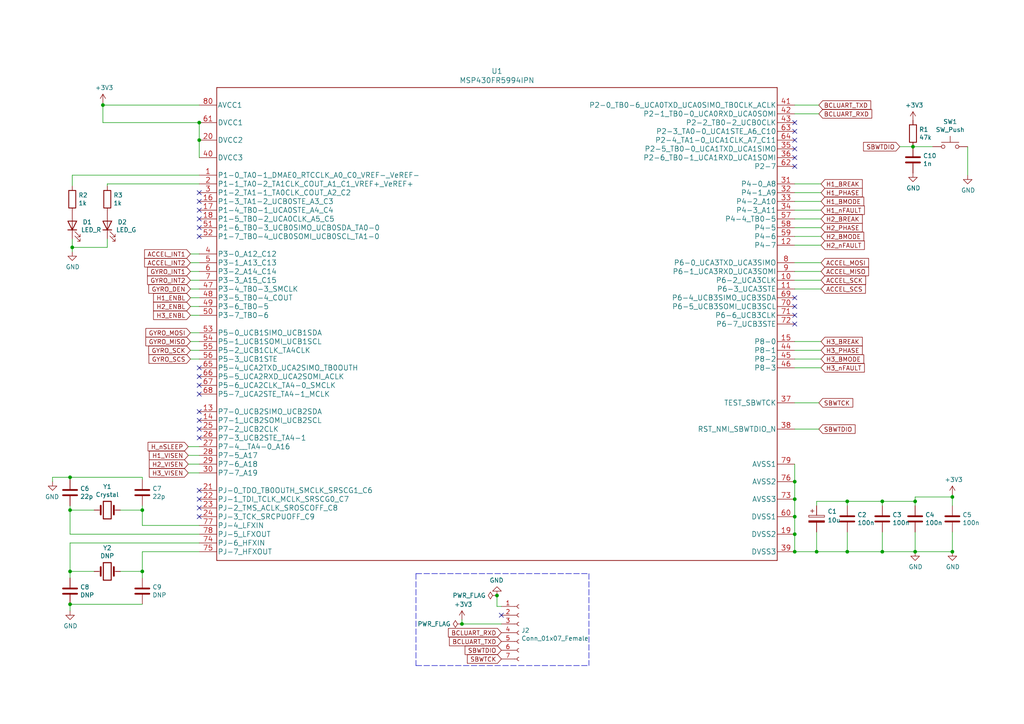
<source format=kicad_sch>
(kicad_sch (version 20211123) (generator eeschema)
  (paper "A4")
  (title_block (title "Magnetorquer") (date "2021-09-23") (rev "2") (company "LODESTAR"))
  (lib_symbols
    (symbol "Connector:Conn_01x07_Female" (pin_names (offset 1.016) hide)
      (property "Reference" "J" (at 0 10.16 0))
      (property "Value" "Conn_01x07_Female" (at 0 -10.16 0))
      (symbol "Conn_01x07_Female_1_1"
        (arc (start 0 -7.112) (mid -0.508 -7.62) (end 0 -8.128) (stroke (width 0.1524)))
        (arc (start 0 -4.572) (mid -0.508 -5.08) (end 0 -5.588) (stroke (width 0.1524)))
        (arc (start 0 -2.032) (mid -0.508 -2.54) (end 0 -3.048) (stroke (width 0.1524)))
        (polyline (pts (xy -1.27 -7.62) (xy -0.508 -7.62)) (stroke (width 0.1524)))
        (polyline (pts (xy -1.27 -5.08) (xy -0.508 -5.08)) (stroke (width 0.1524)))
        (polyline (pts (xy -1.27 -2.54) (xy -0.508 -2.54)) (stroke (width 0.1524)))
        (polyline (pts (xy -1.27 0) (xy -0.508 0)) (stroke (width 0.1524)))
        (polyline (pts (xy -1.27 2.54) (xy -0.508 2.54)) (stroke (width 0.1524)))
        (polyline (pts (xy -1.27 5.08) (xy -0.508 5.08)) (stroke (width 0.1524)))
        (polyline (pts (xy -1.27 7.62) (xy -0.508 7.62)) (stroke (width 0.1524)))
        (arc (start 0 0.508) (mid -0.508 0) (end 0 -0.508) (stroke (width 0.1524)))
        (arc (start 0 3.048) (mid -0.508 2.54) (end 0 2.032) (stroke (width 0.1524)))
        (arc (start 0 5.588) (mid -0.508 5.08) (end 0 4.572) (stroke (width 0.1524)))
        (arc (start 0 8.128) (mid -0.508 7.62) (end 0 7.112) (stroke (width 0.1524)))
        (pin passive line (at -5.08 7.62 0) (length 3.81) (name "Pin_1") (number "1"))
        (pin passive line (at -5.08 5.08 0) (length 3.81) (name "Pin_2") (number "2"))
        (pin passive line (at -5.08 2.54 0) (length 3.81) (name "Pin_3") (number "3"))
        (pin passive line (at -5.08 0 0) (length 3.81) (name "Pin_4") (number "4"))
        (pin passive line (at -5.08 -2.54 0) (length 3.81) (name "Pin_5") (number "5"))
        (pin passive line (at -5.08 -5.08 0) (length 3.81) (name "Pin_6") (number "6"))
        (pin passive line (at -5.08 -7.62 0) (length 3.81) (name "Pin_7") (number "7"))
      )
    )
    (symbol "Device:C" (pin_numbers hide) (pin_names (offset 0.254))
      (property "Reference" "C" (at 0.635 2.54 0))
      (property "Value" "C" (at 0.635 -2.54 0))
      (symbol "C_0_1"
        (polyline (pts (xy -2.032 -0.762) (xy 2.032 -0.762)) (stroke (width 0.508)))
        (polyline (pts (xy -2.032 0.762) (xy 2.032 0.762)) (stroke (width 0.508)))
      )
      (symbol "C_1_1"
        (pin passive line (at 0 3.81 270) (length 2.794) (name "~") (number "1"))
        (pin passive line (at 0 -3.81 90) (length 2.794) (name "~") (number "2"))
      )
    )
    (symbol "Device:C_Polarized" (pin_numbers hide) (pin_names (offset 0.254))
      (property "Reference" "C" (at 0.635 2.54 0))
      (property "Value" "C_Polarized" (at 0.635 -2.54 0))
      (symbol "C_Polarized_0_1"
        (rectangle (start -2.286 0.508) (end 2.286 1.016))
        (polyline (pts (xy -1.778 2.286) (xy -0.762 2.286)))
        (polyline (pts (xy -1.27 2.794) (xy -1.27 1.778)))
        (rectangle (start 2.286 -0.508) (end -2.286 -1.016) (fill (type outline)))
      )
      (symbol "C_Polarized_1_1"
        (pin passive line (at 0 3.81 270) (length 2.794) (name "~") (number "1"))
        (pin passive line (at 0 -3.81 90) (length 2.794) (name "~") (number "2"))
      )
    )
    (symbol "Device:Crystal" (pin_numbers hide) (pin_names (offset 1.016) hide)
      (property "Reference" "Y" (at 0 3.81 0))
      (property "Value" "Crystal" (at 0 -3.81 0))
      (symbol "Crystal_0_1"
        (rectangle (start -1.143 2.54) (end 1.143 -2.54) (stroke (width 0.3048)))
        (polyline (pts (xy -2.54 0) (xy -1.905 0)))
        (polyline (pts (xy -1.905 -1.27) (xy -1.905 1.27)) (stroke (width 0.508)))
        (polyline (pts (xy 1.905 -1.27) (xy 1.905 1.27)) (stroke (width 0.508)))
        (polyline (pts (xy 2.54 0) (xy 1.905 0)))
      )
      (symbol "Crystal_1_1"
        (pin passive line (at -3.81 0 0) (length 1.27) (name "1") (number "1"))
        (pin passive line (at 3.81 0 180) (length 1.27) (name "2") (number "2"))
      )
    )
    (symbol "Device:LED" (pin_numbers hide) (pin_names (offset 1.016) hide)
      (property "Reference" "D" (at 0 2.54 0))
      (property "Value" "LED" (at 0 -2.54 0))
      (symbol "LED_0_1"
        (polyline (pts (xy -1.27 -1.27) (xy -1.27 1.27)) (stroke (width 0.254)))
        (polyline (pts (xy -1.27 0) (xy 1.27 0)))
        (polyline (pts (xy 1.27 -1.27) (xy 1.27 1.27) (xy -1.27 0) (xy 1.27 -1.27)) (stroke (width 0.254)))
        (polyline (pts (xy -3.048 -0.762) (xy -4.572 -2.286) (xy -3.81 -2.286) (xy -4.572 -2.286) (xy -4.572 -1.524)))
        (polyline (pts (xy -1.778 -0.762) (xy -3.302 -2.286) (xy -2.54 -2.286) (xy -3.302 -2.286) (xy -3.302 -1.524)))
      )
      (symbol "LED_1_1"
        (pin passive line (at -3.81 0 0) (length 2.54) (name "K") (number "1"))
        (pin passive line (at 3.81 0 180) (length 2.54) (name "A") (number "2"))
      )
    )
    (symbol "Device:R" (pin_numbers hide) (pin_names (offset 0))
      (property "Reference" "R" (at 2.032 0 90))
      (property "Value" "R" (at 0 0 90))
      (symbol "R_0_1"
        (rectangle (start -1.016 -2.54) (end 1.016 2.54) (stroke (width 0.254)))
      )
      (symbol "R_1_1"
        (pin passive line (at 0 3.81 270) (length 1.27) (name "~") (number "1"))
        (pin passive line (at 0 -3.81 90) (length 1.27) (name "~") (number "2"))
      )
    )
    (symbol "Switch:SW_Push" (pin_numbers hide) (pin_names (offset 1.016) hide)
      (property "Reference" "SW" (at 1.27 2.54 0))
      (property "Value" "SW_Push" (at 0 -1.524 0))
      (symbol "SW_Push_0_1"
        (circle (center -2.032 0) (radius 0.508))
        (polyline (pts (xy 0 1.27) (xy 0 3.048)))
        (polyline (pts (xy 2.54 1.27) (xy -2.54 1.27)))
        (circle (center 2.032 0) (radius 0.508))
        (pin passive line (at -5.08 0 0) (length 2.54) (name "1") (number "1"))
        (pin passive line (at 5.08 0 180) (length 2.54) (name "2") (number "2"))
      )
    )
    (symbol "magnetorquer-rescue:MSP430FR5994IPN-msp" (pin_names (offset 0.254))
      (property "Reference" "U" (at 0 2.54 0))
      (property "Value" "MSP430FR5994IPN-msp" (at 0 0 0))
      (symbol "MSP430FR5994IPN-msp_1_1"
        (polyline (pts (xy -81.28 -68.58) (xy 81.28 -68.58)) (stroke (width 0.2032)))
        (polyline (pts (xy -81.28 68.58) (xy -81.28 -68.58)) (stroke (width 0.2032)))
        (polyline (pts (xy 81.28 -68.58) (xy 81.28 68.58)) (stroke (width 0.2032)))
        (polyline (pts (xy 81.28 68.58) (xy -81.28 68.58)) (stroke (width 0.2032)))
        (pin bidirectional line (at -86.36 43.18 0) (length 5.08) (name "P1-0_TA0-1_DMAE0_RTCCLK_A0_C0_VREF-_VeREF-") (number "1"))
        (pin bidirectional line (at 86.36 12.7 180) (length 5.08) (name "P6-2_UCA3CLK") (number "10"))
        (pin bidirectional line (at 86.36 10.16 180) (length 5.08) (name "P6-3_UCA3STE") (number "11"))
        (pin bidirectional line (at 86.36 22.86 180) (length 5.08) (name "P4-7") (number "12"))
        (pin bidirectional line (at -86.36 -25.4 0) (length 5.08) (name "P7-0_UCB2SIMO_UCB2SDA") (number "13"))
        (pin bidirectional line (at -86.36 -27.94 0) (length 5.08) (name "P7-1_UCB2SOMI_UCB2SCL") (number "14"))
        (pin bidirectional line (at 86.36 -5.08 180) (length 5.08) (name "P8-0") (number "15"))
        (pin bidirectional line (at -86.36 35.56 0) (length 5.08) (name "P1-3_TA1-2_UCB0STE_A3_C3") (number "16"))
        (pin bidirectional line (at -86.36 33.02 0) (length 5.08) (name "P1-4_TB0-1_UCA0STE_A4_C4") (number "17"))
        (pin bidirectional line (at -86.36 30.48 0) (length 5.08) (name "P1-5_TB0-2_UCA0CLK_A5_C5") (number "18"))
        (pin power_in line (at 86.36 -60.96 180) (length 5.08) (name "DVSS2") (number "19"))
        (pin bidirectional line (at -86.36 40.64 0) (length 5.08) (name "P1-1_TA0-2_TA1CLK_COUT_A1_C1_VREF+_VeREF+") (number "2"))
        (pin power_in line (at -86.36 53.34 0) (length 5.08) (name "DVCC2") (number "20"))
        (pin bidirectional line (at -86.36 -48.26 0) (length 5.08) (name "PJ-0_TDO_TB0OUTH_SMCLK_SRSCG1_C6") (number "21"))
        (pin bidirectional line (at -86.36 -50.8 0) (length 5.08) (name "PJ-1_TDI_TCLK_MCLK_SRSCG0_C7") (number "22"))
        (pin bidirectional line (at -86.36 -53.34 0) (length 5.08) (name "PJ-2_TMS_ACLK_SROSCOFF_C8") (number "23"))
        (pin bidirectional line (at -86.36 -55.88 0) (length 5.08) (name "PJ-3_TCK_SRCPUOFF_C9") (number "24"))
        (pin bidirectional line (at -86.36 -30.48 0) (length 5.08) (name "P7-2_UCB2CLK") (number "25"))
        (pin bidirectional line (at -86.36 -33.02 0) (length 5.08) (name "P7-3_UCB2STE_TA4-1") (number "26"))
        (pin bidirectional line (at -86.36 -35.56 0) (length 5.08) (name "P7-4__TA4-0_A16") (number "27"))
        (pin bidirectional line (at -86.36 -38.1 0) (length 5.08) (name "P7-5_A17") (number "28"))
        (pin bidirectional line (at -86.36 -40.64 0) (length 5.08) (name "P7-6_A18") (number "29"))
        (pin bidirectional line (at -86.36 38.1 0) (length 5.08) (name "P1-2_TA1-1_TA0CLK_COUT_A2_C2") (number "3"))
        (pin bidirectional line (at -86.36 -43.18 0) (length 5.08) (name "P7-7_A19") (number "30"))
        (pin bidirectional line (at 86.36 40.64 180) (length 5.08) (name "P4-0_A8") (number "31"))
        (pin bidirectional line (at 86.36 38.1 180) (length 5.08) (name "P4-1_A9") (number "32"))
        (pin bidirectional line (at 86.36 35.56 180) (length 5.08) (name "P4-2_A10") (number "33"))
        (pin bidirectional line (at 86.36 33.02 180) (length 5.08) (name "P4-3_A11") (number "34"))
        (pin bidirectional line (at 86.36 50.8 180) (length 5.08) (name "P2-5_TB0-0_UCA1TXD_UCA1SIMO") (number "35"))
        (pin bidirectional line (at 86.36 48.26 180) (length 5.08) (name "P2-6_TB0-1_UCA1RXD_UCA1SOMI") (number "36"))
        (pin input line (at 86.36 -22.86 180) (length 5.08) (name "TEST_SBWTCK") (number "37"))
        (pin bidirectional line (at 86.36 -30.48 180) (length 5.08) (name "RST_NMI_SBWTDIO_N") (number "38"))
        (pin power_in line (at 86.36 -66.04 180) (length 5.08) (name "DVSS3") (number "39"))
        (pin bidirectional line (at -86.36 20.32 0) (length 5.08) (name "P3-0_A12_C12") (number "4"))
        (pin power_in line (at -86.36 48.26 0) (length 5.08) (name "DVCC3") (number "40"))
        (pin bidirectional line (at 86.36 63.5 180) (length 5.08) (name "P2-0_TB0-6_UCA0TXD_UCA0SIMO_TB0CLK_ACLK") (number "41"))
        (pin bidirectional line (at 86.36 60.96 180) (length 5.08) (name "P2-1_TB0-0_UCA0RXD_UCA0SOMI") (number "42"))
        (pin bidirectional line (at 86.36 58.42 180) (length 5.08) (name "P2-2_TB0-2_UCB0CLK") (number "43"))
        (pin bidirectional line (at 86.36 -7.62 180) (length 5.08) (name "P8-1") (number "44"))
        (pin bidirectional line (at 86.36 -10.16 180) (length 5.08) (name "P8-2") (number "45"))
        (pin bidirectional line (at 86.36 -12.7 180) (length 5.08) (name "P8-3") (number "46"))
        (pin bidirectional line (at -86.36 10.16 0) (length 5.08) (name "P3-4_TB0-3_SMCLK") (number "47"))
        (pin bidirectional line (at -86.36 7.62 0) (length 5.08) (name "P3-5_TB0-4_COUT") (number "48"))
        (pin bidirectional line (at -86.36 5.08 0) (length 5.08) (name "P3-6_TB0-5") (number "49"))
        (pin bidirectional line (at -86.36 17.78 0) (length 5.08) (name "P3-1_A13_C13") (number "5"))
        (pin bidirectional line (at -86.36 2.54 0) (length 5.08) (name "P3-7_TB0-6") (number "50"))
        (pin bidirectional line (at -86.36 27.94 0) (length 5.08) (name "P1-6_TB0-3_UCB0SIMO_UCB0SDA_TA0-0") (number "51"))
        (pin bidirectional line (at -86.36 25.4 0) (length 5.08) (name "P1-7_TB0-4_UCB0SOMI_UCB0SCL_TA1-0") (number "52"))
        (pin bidirectional line (at -86.36 -2.54 0) (length 5.08) (name "P5-0_UCB1SIMO_UCB1SDA") (number "53"))
        (pin bidirectional line (at -86.36 -5.08 0) (length 5.08) (name "P5-1_UCB1SOMI_UCB1SCL") (number "54"))
        (pin bidirectional line (at -86.36 -7.62 0) (length 5.08) (name "P5-2_UCB1CLK_TA4CLK") (number "55"))
        (pin bidirectional line (at -86.36 -10.16 0) (length 5.08) (name "P5-3_UCB1STE") (number "56"))
        (pin bidirectional line (at 86.36 30.48 180) (length 5.08) (name "P4-4_TB0-5") (number "57"))
        (pin bidirectional line (at 86.36 27.94 180) (length 5.08) (name "P4-5") (number "58"))
        (pin bidirectional line (at 86.36 25.4 180) (length 5.08) (name "P4-6") (number "59"))
        (pin bidirectional line (at -86.36 15.24 0) (length 5.08) (name "P3-2_A14_C14") (number "6"))
        (pin power_in line (at 86.36 -55.88 180) (length 5.08) (name "DVSS1") (number "60"))
        (pin power_in line (at -86.36 58.42 0) (length 5.08) (name "DVCC1") (number "61"))
        (pin bidirectional line (at 86.36 45.72 180) (length 5.08) (name "P2-7") (number "62"))
        (pin bidirectional line (at 86.36 55.88 180) (length 5.08) (name "P2-3_TA0-0_UCA1STE_A6_C10") (number "63"))
        (pin bidirectional line (at 86.36 53.34 180) (length 5.08) (name "P2-4_TA1-0_UCA1CLK_A7_C11") (number "64"))
        (pin bidirectional line (at -86.36 -12.7 0) (length 5.08) (name "P5-4_UCA2TXD_UCA2SIMO_TB0OUTH") (number "65"))
        (pin bidirectional line (at -86.36 -15.24 0) (length 5.08) (name "P5-5_UCA2RXD_UCA2SOMI_ACLK") (number "66"))
        (pin bidirectional line (at -86.36 -17.78 0) (length 5.08) (name "P5-6_UCA2CLK_TA4-0_SMCLK") (number "67"))
        (pin bidirectional line (at -86.36 -20.32 0) (length 5.08) (name "P5-7_UCA2STE_TA4-1_MCLK") (number "68"))
        (pin bidirectional line (at 86.36 7.62 180) (length 5.08) (name "P6-4_UCB3SIMO_UCB3SDA") (number "69"))
        (pin bidirectional line (at -86.36 12.7 0) (length 5.08) (name "P3-3_A15_C15") (number "7"))
        (pin bidirectional line (at 86.36 5.08 180) (length 5.08) (name "P6-5_UCB3SOMI_UCB3SCL") (number "70"))
        (pin bidirectional line (at 86.36 2.54 180) (length 5.08) (name "P6-6_UCB3CLK") (number "71"))
        (pin bidirectional line (at 86.36 0 180) (length 5.08) (name "P6-7_UCB3STE") (number "72"))
        (pin power_in line (at 86.36 -50.8 180) (length 5.08) (name "AVSS3") (number "73"))
        (pin bidirectional line (at -86.36 -63.5 0) (length 5.08) (name "PJ-6_HFXIN") (number "74"))
        (pin bidirectional line (at -86.36 -66.04 0) (length 5.08) (name "PJ-7_HFXOUT") (number "75"))
        (pin power_in line (at 86.36 -45.72 180) (length 5.08) (name "AVSS2") (number "76"))
        (pin bidirectional line (at -86.36 -58.42 0) (length 5.08) (name "PJ-4_LFXIN") (number "77"))
        (pin bidirectional line (at -86.36 -60.96 0) (length 5.08) (name "PJ-5_LFXOUT") (number "78"))
        (pin power_in line (at 86.36 -40.64 180) (length 5.08) (name "AVSS1") (number "79"))
        (pin bidirectional line (at 86.36 17.78 180) (length 5.08) (name "P6-0_UCA3TXD_UCA3SIMO") (number "8"))
        (pin power_in line (at -86.36 63.5 0) (length 5.08) (name "AVCC1") (number "80"))
        (pin bidirectional line (at 86.36 15.24 180) (length 5.08) (name "P6-1_UCA3RXD_UCA3SOMI") (number "9"))
      )
    )
    (symbol "power:+3.3V" (power) (pin_names (offset 0))
      (property "Value" "+3.3V" (at 0 3.556 0))
      (symbol "+3.3V_0_1"
        (polyline (pts (xy -0.762 1.27) (xy 0 2.54)))
        (polyline (pts (xy 0 0) (xy 0 2.54)))
        (polyline (pts (xy 0 2.54) (xy 0.762 1.27)))
      )
      (symbol "+3.3V_1_1"
        (pin power_in line (at 0 0 90) (length 0) hide (name "+3V3") (number "1"))
      )
    )
    (symbol "power:+3V3" (power) (pin_names (offset 0))
      (property "Value" "+3V3" (at 0 3.556 0))
      (symbol "+3V3_0_1"
        (polyline (pts (xy -0.762 1.27) (xy 0 2.54)))
        (polyline (pts (xy 0 0) (xy 0 2.54)))
        (polyline (pts (xy 0 2.54) (xy 0.762 1.27)))
      )
      (symbol "+3V3_1_1"
        (pin power_in line (at 0 0 90) (length 0) hide (name "+3V3") (number "1"))
      )
    )
    (symbol "power:GND" (power) (pin_names (offset 0))
      (property "Value" "GND" (at 0 -3.81 0))
      (symbol "GND_0_1"
        (polyline (pts (xy 0 0) (xy 0 -1.27) (xy 1.27 -1.27) (xy 0 -2.54) (xy -1.27 -1.27) (xy 0 -1.27)))
      )
      (symbol "GND_1_1"
        (pin power_in line (at 0 0 270) (length 0) hide (name "GND") (number "1"))
      )
    )
    (symbol "power:PWR_FLAG" (power) (pin_numbers hide) (pin_names (offset 0) hide)
      (property "Value" "PWR_FLAG" (at 0 3.81 0))
      (symbol "PWR_FLAG_0_0"
        (pin power_out line (at 0 0 90) (length 0) (name "pwr") (number "1"))
      )
      (symbol "PWR_FLAG_0_1"
        (polyline (pts (xy 0 0) (xy 0 1.27) (xy -1.016 1.905) (xy 0 2.54) (xy 1.016 1.905) (xy 0 1.27)))
      )
    )
  )
  (junction (at 245.745 160.02))
  (junction (at 230.505 144.78))
  (junction (at 20.32 175.26))
  (junction (at 245.745 145.415))
  (junction (at 20.32 147.955))
  (junction (at 265.43 160.02))
  (junction (at 264.795 42.545))
  (junction (at 255.905 160.02))
  (junction (at 41.275 165.735))
  (junction (at 133.985 180.975))
  (junction (at 276.225 160.02))
  (junction (at 255.905 145.415))
  (junction (at 41.275 147.955))
  (junction (at 230.505 139.7))
  (junction (at 20.32 165.735))
  (junction (at 230.505 160.02))
  (junction (at 29.845 30.48))
  (junction (at 20.955 71.755))
  (junction (at 20.32 138.43))
  (junction (at 230.505 154.94))
  (junction (at 236.855 160.02))
  (junction (at 57.785 40.64))
  (junction (at 265.43 145.415))
  (junction (at 276.225 144.145))
  (junction (at 144.145 172.72))
  (junction (at 230.505 149.86))
  (junction (at 57.785 35.56))
  (no_connect (at 57.785 68.58))
  (no_connect (at 230.505 43.18))
  (no_connect (at 57.785 119.38))
  (no_connect (at 57.785 109.22))
  (no_connect (at 230.505 91.44))
  (no_connect (at 57.785 127))
  (no_connect (at 57.785 124.46))
  (no_connect (at 230.505 88.9))
  (no_connect (at 145.415 178.435))
  (no_connect (at 57.785 60.96))
  (no_connect (at 57.785 121.92))
  (no_connect (at 57.785 149.86))
  (no_connect (at 57.785 58.42))
  (no_connect (at 230.505 48.26))
  (no_connect (at 230.505 35.56))
  (no_connect (at 230.505 40.64))
  (no_connect (at 57.785 144.78))
  (no_connect (at 57.785 106.68))
  (no_connect (at 57.785 147.32))
  (no_connect (at 57.785 55.88))
  (no_connect (at 57.785 66.04))
  (no_connect (at 230.505 38.1))
  (no_connect (at 230.505 93.98))
  (no_connect (at 230.505 86.36))
  (no_connect (at 230.505 45.72))
  (no_connect (at 57.785 63.5))
  (no_connect (at 57.785 111.76))
  (no_connect (at 57.785 114.3))
  (no_connect (at 57.785 142.24))
  (wire (pts (xy 230.505 81.28) (xy 238.125 81.28)))
  (wire (pts (xy 230.505 76.2) (xy 238.125 76.2)))
  (wire (pts (xy 236.855 154.305) (xy 236.855 160.02)))
  (wire (pts (xy 31.115 53.34) (xy 57.785 53.34)))
  (wire (pts (xy 55.245 86.36) (xy 57.785 86.36)))
  (wire (pts (xy 41.275 138.43) (xy 41.275 139.065)))
  (wire (pts (xy 57.785 91.44) (xy 55.245 91.44)))
  (wire (pts (xy 20.32 175.26) (xy 41.275 175.26)))
  (wire (pts (xy 255.905 160.02) (xy 245.745 160.02)))
  (wire (pts (xy 230.505 30.48) (xy 237.49 30.48)))
  (wire (pts (xy 54.61 132.08) (xy 57.785 132.08)))
  (wire (pts (xy 34.925 165.735) (xy 41.275 165.735)))
  (wire (pts (xy 230.505 116.84) (xy 237.49 116.84)))
  (wire (pts (xy 265.43 160.02) (xy 255.905 160.02)))
  (wire (pts (xy 41.275 160.02) (xy 41.275 165.735)))
  (wire (pts (xy 29.845 30.48) (xy 29.845 35.56)))
  (wire (pts (xy 265.43 160.02) (xy 276.225 160.02)))
  (wire (pts (xy 31.115 53.34) (xy 31.115 53.975)))
  (wire (pts (xy 20.32 138.43) (xy 41.275 138.43)))
  (wire (pts (xy 145.415 175.895) (xy 144.145 175.895)))
  (wire (pts (xy 276.225 143.51) (xy 276.225 144.145)))
  (wire (pts (xy 57.785 40.64) (xy 57.785 45.72)))
  (wire (pts (xy 265.43 144.145) (xy 276.225 144.145)))
  (wire (pts (xy 236.855 160.02) (xy 230.505 160.02)))
  (wire (pts (xy 55.245 99.06) (xy 57.785 99.06)))
  (wire (pts (xy 230.505 149.86) (xy 230.505 154.94)))
  (wire (pts (xy 41.275 146.685) (xy 41.275 147.955)))
  (wire (pts (xy 55.245 73.66) (xy 57.785 73.66)))
  (wire (pts (xy 276.225 144.145) (xy 276.225 146.685)))
  (wire (pts (xy 55.245 81.28) (xy 57.785 81.28)))
  (wire (pts (xy 230.505 144.78) (xy 230.505 149.86)))
  (wire (pts (xy 29.845 29.845) (xy 29.845 30.48)))
  (wire (pts (xy 15.24 138.43) (xy 15.24 139.7)))
  (wire (pts (xy 27.305 147.955) (xy 20.32 147.955)))
  (wire (pts (xy 41.275 160.02) (xy 57.785 160.02)))
  (wire (pts (xy 255.905 145.415) (xy 245.745 145.415)))
  (wire (pts (xy 230.505 154.94) (xy 230.505 160.02)))
  (wire (pts (xy 276.225 154.305) (xy 276.225 160.02)))
  (polyline (pts (xy 120.65 166.37) (xy 120.65 193.04)))
  (wire (pts (xy 20.32 157.48) (xy 57.785 157.48)))
  (wire (pts (xy 145.415 180.975) (xy 133.985 180.975)))
  (wire (pts (xy 41.275 147.955) (xy 41.275 152.4)))
  (wire (pts (xy 20.955 71.755) (xy 20.955 73.025)))
  (wire (pts (xy 230.505 134.62) (xy 230.505 139.7)))
  (wire (pts (xy 230.505 78.74) (xy 238.125 78.74)))
  (wire (pts (xy 238.125 53.34) (xy 230.505 53.34)))
  (wire (pts (xy 245.745 154.305) (xy 245.745 160.02)))
  (wire (pts (xy 238.125 55.88) (xy 230.505 55.88)))
  (wire (pts (xy 20.32 165.735) (xy 20.32 167.64)))
  (wire (pts (xy 255.905 145.415) (xy 265.43 145.415)))
  (wire (pts (xy 230.505 58.42) (xy 238.125 58.42)))
  (wire (pts (xy 54.61 137.16) (xy 57.785 137.16)))
  (wire (pts (xy 260.985 42.545) (xy 264.795 42.545)))
  (wire (pts (xy 255.905 154.305) (xy 255.905 160.02)))
  (wire (pts (xy 255.905 145.415) (xy 255.905 146.685)))
  (wire (pts (xy 20.955 69.215) (xy 20.955 71.755)))
  (wire (pts (xy 238.125 68.58) (xy 230.505 68.58)))
  (wire (pts (xy 55.245 78.74) (xy 57.785 78.74)))
  (wire (pts (xy 55.245 101.6) (xy 57.785 101.6)))
  (wire (pts (xy 238.125 104.14) (xy 230.505 104.14)))
  (wire (pts (xy 245.745 160.02) (xy 236.855 160.02)))
  (wire (pts (xy 41.275 152.4) (xy 57.785 152.4)))
  (wire (pts (xy 20.955 50.8) (xy 57.785 50.8)))
  (polyline (pts (xy 120.65 166.37) (xy 170.815 166.37)))
  (wire (pts (xy 230.505 99.06) (xy 238.125 99.06)))
  (wire (pts (xy 55.245 104.14) (xy 57.785 104.14)))
  (wire (pts (xy 55.245 96.52) (xy 57.785 96.52)))
  (wire (pts (xy 20.32 147.955) (xy 20.32 154.94)))
  (wire (pts (xy 27.305 165.735) (xy 20.32 165.735)))
  (wire (pts (xy 265.43 154.305) (xy 265.43 160.02)))
  (wire (pts (xy 57.785 35.56) (xy 57.785 40.64)))
  (wire (pts (xy 238.125 71.12) (xy 230.505 71.12)))
  (wire (pts (xy 144.145 172.72) (xy 144.145 175.895)))
  (wire (pts (xy 55.245 88.9) (xy 57.785 88.9)))
  (wire (pts (xy 20.32 154.94) (xy 57.785 154.94)))
  (wire (pts (xy 245.745 145.415) (xy 245.745 146.685)))
  (wire (pts (xy 29.845 30.48) (xy 57.785 30.48)))
  (wire (pts (xy 20.32 157.48) (xy 20.32 165.735)))
  (wire (pts (xy 238.125 60.96) (xy 230.505 60.96)))
  (wire (pts (xy 230.505 83.82) (xy 238.125 83.82)))
  (wire (pts (xy 236.855 145.415) (xy 245.745 145.415)))
  (wire (pts (xy 34.925 147.955) (xy 41.275 147.955)))
  (wire (pts (xy 41.275 165.735) (xy 41.275 167.64)))
  (wire (pts (xy 20.32 138.43) (xy 15.24 138.43)))
  (wire (pts (xy 230.505 124.46) (xy 237.49 124.46)))
  (wire (pts (xy 20.32 139.065) (xy 20.32 138.43)))
  (polyline (pts (xy 120.65 193.04) (xy 170.815 193.04)))
  (wire (pts (xy 55.245 83.82) (xy 57.785 83.82)))
  (wire (pts (xy 236.855 145.415) (xy 236.855 146.685)))
  (wire (pts (xy 29.845 35.56) (xy 57.785 35.56)))
  (wire (pts (xy 270.51 42.545) (xy 264.795 42.545)))
  (wire (pts (xy 238.125 101.6) (xy 230.505 101.6)))
  (wire (pts (xy 20.955 50.8) (xy 20.955 53.975)))
  (wire (pts (xy 230.505 139.7) (xy 230.505 144.78)))
  (wire (pts (xy 230.505 63.5) (xy 238.125 63.5)))
  (wire (pts (xy 280.67 42.545) (xy 280.67 50.8)))
  (wire (pts (xy 20.32 175.26) (xy 20.32 177.165)))
  (wire (pts (xy 238.125 66.04) (xy 230.505 66.04)))
  (wire (pts (xy 57.785 134.62) (xy 54.61 134.62)))
  (wire (pts (xy 265.43 145.415) (xy 265.43 144.145)))
  (wire (pts (xy 55.245 76.2) (xy 57.785 76.2)))
  (wire (pts (xy 230.505 33.02) (xy 237.49 33.02)))
  (wire (pts (xy 238.125 106.68) (xy 230.505 106.68)))
  (wire (pts (xy 57.785 129.54) (xy 54.61 129.54)))
  (wire (pts (xy 20.32 146.685) (xy 20.32 147.955)))
  (wire (pts (xy 265.43 145.415) (xy 265.43 146.685)))
  (wire (pts (xy 20.955 71.755) (xy 31.115 71.755)))
  (wire (pts (xy 133.985 180.975) (xy 133.985 179.705)))
  (wire (pts (xy 31.115 71.755) (xy 31.115 69.215)))
  (polyline (pts (xy 170.815 166.37) (xy 170.815 193.04)))
  (global_label "ACCEL_SCS" (shape input) (at 238.125 83.82 0) (property "Intersheet References" "${INTERSHEET_REFS}" (effects hide)))
  (global_label "H3_nFAULT" (shape input) (at 238.125 106.68 0) (property "Intersheet References" "${INTERSHEET_REFS}" (effects hide)))
  (global_label "H2_PHASE" (shape input) (at 238.125 66.04 0) (property "Intersheet References" "${INTERSHEET_REFS}" (effects hide)))
  (global_label "H2_ENBL" (shape input) (at 55.245 88.9 180) (property "Intersheet References" "${INTERSHEET_REFS}" (effects hide)))
  (global_label "H3_BREAK" (shape input) (at 238.125 99.06 0) (property "Intersheet References" "${INTERSHEET_REFS}" (effects hide)))
  (global_label "H1_BMODE" (shape input) (at 238.125 58.42 0) (property "Intersheet References" "${INTERSHEET_REFS}" (effects hide)))
  (global_label "BCLUART_TXD" (shape input) (at 145.415 186.055 180) (property "Intersheet References" "${INTERSHEET_REFS}" (effects hide)))
  (global_label "BCLUART_RXD" (shape input) (at 145.415 183.515 180) (property "Intersheet References" "${INTERSHEET_REFS}" (effects hide)))
  (global_label "H3_PHASE" (shape input) (at 238.125 101.6 0) (property "Intersheet References" "${INTERSHEET_REFS}" (effects hide)))
  (global_label "H1_VISEN" (shape input) (at 54.61 132.08 180) (property "Intersheet References" "${INTERSHEET_REFS}" (effects hide)))
  (global_label "GYRO_MISO" (shape input) (at 55.245 99.06 180) (property "Intersheet References" "${INTERSHEET_REFS}" (effects hide)))
  (global_label "SBWTDIO" (shape input) (at 237.49 124.46 0) (property "Intersheet References" "${INTERSHEET_REFS}" (effects hide)))
  (global_label "ACCEL_INT2" (shape input) (at 55.245 76.2 180) (property "Intersheet References" "${INTERSHEET_REFS}" (effects hide)))
  (global_label "H3_BMODE" (shape input) (at 238.125 104.14 0) (property "Intersheet References" "${INTERSHEET_REFS}" (effects hide)))
  (global_label "ACCEL_MISO" (shape input) (at 238.125 78.74 0) (property "Intersheet References" "${INTERSHEET_REFS}" (effects hide)))
  (global_label "SBWTCK" (shape input) (at 237.49 116.84 0) (property "Intersheet References" "${INTERSHEET_REFS}" (effects hide)))
  (global_label "ACCEL_MOSI" (shape input) (at 238.125 76.2 0) (property "Intersheet References" "${INTERSHEET_REFS}" (effects hide)))
  (global_label "H2_BMODE" (shape input) (at 238.125 68.58 0) (property "Intersheet References" "${INTERSHEET_REFS}" (effects hide)))
  (global_label "H1_PHASE" (shape input) (at 238.125 55.88 0) (property "Intersheet References" "${INTERSHEET_REFS}" (effects hide)))
  (global_label "H2_BREAK" (shape input) (at 238.125 63.5 0) (property "Intersheet References" "${INTERSHEET_REFS}" (effects hide)))
  (global_label "GYRO_SCK" (shape input) (at 55.245 101.6 180) (property "Intersheet References" "${INTERSHEET_REFS}" (effects hide)))
  (global_label "SBWTDIO" (shape input) (at 145.415 188.595 180) (property "Intersheet References" "${INTERSHEET_REFS}" (effects hide)))
  (global_label "ACCEL_INT1" (shape input) (at 55.245 73.66 180) (property "Intersheet References" "${INTERSHEET_REFS}" (effects hide)))
  (global_label "GYRO_SCS" (shape input) (at 55.245 104.14 180) (property "Intersheet References" "${INTERSHEET_REFS}" (effects hide)))
  (global_label "H1_ENBL" (shape input) (at 55.245 86.36 180) (property "Intersheet References" "${INTERSHEET_REFS}" (effects hide)))
  (global_label "H3_ENBL" (shape input) (at 55.245 91.44 180) (property "Intersheet References" "${INTERSHEET_REFS}" (effects hide)))
  (global_label "ACCEL_SCK" (shape input) (at 238.125 81.28 0) (property "Intersheet References" "${INTERSHEET_REFS}" (effects hide)))
  (global_label "GYRO_MOSI" (shape input) (at 55.245 96.52 180) (property "Intersheet References" "${INTERSHEET_REFS}" (effects hide)))
  (global_label "H2_nFAULT" (shape input) (at 238.125 71.12 0) (property "Intersheet References" "${INTERSHEET_REFS}" (effects hide)))
  (global_label "BCLUART_TXD" (shape input) (at 237.49 30.48 0) (property "Intersheet References" "${INTERSHEET_REFS}" (effects hide)))
  (global_label "H1_BREAK" (shape input) (at 238.125 53.34 0) (property "Intersheet References" "${INTERSHEET_REFS}" (effects hide)))
  (global_label "H3_VISEN" (shape input) (at 54.61 137.16 180) (property "Intersheet References" "${INTERSHEET_REFS}" (effects hide)))
  (global_label "H1_nFAULT" (shape input) (at 238.125 60.96 0) (property "Intersheet References" "${INTERSHEET_REFS}" (effects hide)))
  (global_label "BCLUART_RXD" (shape input) (at 237.49 33.02 0) (property "Intersheet References" "${INTERSHEET_REFS}" (effects hide)))
  (global_label "SBWTCK" (shape input) (at 145.415 191.135 180) (property "Intersheet References" "${INTERSHEET_REFS}" (effects hide)))
  (global_label "GYRO_DEN" (shape input) (at 55.245 83.82 180) (property "Intersheet References" "${INTERSHEET_REFS}" (effects hide)))
  (global_label "GYRO_INT1" (shape input) (at 55.245 78.74 180) (property "Intersheet References" "${INTERSHEET_REFS}" (effects hide)))
  (global_label "H_nSLEEP" (shape input) (at 54.61 129.54 180) (property "Intersheet References" "${INTERSHEET_REFS}" (effects hide)))
  (global_label "H2_VISEN" (shape input) (at 54.61 134.62 180) (property "Intersheet References" "${INTERSHEET_REFS}" (effects hide)))
  (global_label "GYRO_INT2" (shape input) (at 55.245 81.28 180) (property "Intersheet References" "${INTERSHEET_REFS}" (effects hide)))
  (global_label "SBWTDIO" (shape input) (at 260.985 42.545 180) (property "Intersheet References" "${INTERSHEET_REFS}" (effects hide)))
  (symbol (lib_id "magnetorquer-rescue:MSP430FR5994IPN-msp") (at 144.145 93.98 0) (unit 1)
    (property "Reference" "U1" (at 144.145 20.6248 0) (effects (font (size 1.524 1.524))))
    (property "Value" "MSP430FR5994IPN" (at 144.145 23.3172 0) (effects (font (size 1.524 1.524))))
    (property "Footprint" "magnetorque_lib:MSP430FR5994IPM" (effects hide))
  )
  (symbol (lib_id "Device:C") (at 245.745 150.495 0) (unit 1)
    (property "Reference" "C2" (at 248.666 149.3266 0) (effects (justify left)))
    (property "Value" "100n" (at 248.666 151.638 0) (effects (justify left)))
    (property "Footprint" "Capacitor_SMD:C_0805_2012Metric" (effects hide))
  )
  (symbol (lib_id "Device:C") (at 255.905 150.495 0) (unit 1)
    (property "Reference" "C3" (at 258.826 149.3266 0) (effects (justify left)))
    (property "Value" "100n" (at 258.826 151.638 0) (effects (justify left)))
    (property "Footprint" "Capacitor_SMD:C_0805_2012Metric" (effects hide))
  )
  (symbol (lib_id "Device:C") (at 265.43 150.495 0) (unit 1)
    (property "Reference" "C4" (at 268.351 149.3266 0) (effects (justify left)))
    (property "Value" "100n" (at 268.351 151.638 0) (effects (justify left)))
    (property "Footprint" "Capacitor_SMD:C_0805_2012Metric" (effects hide))
  )
  (symbol (lib_id "Device:C") (at 276.225 150.495 0) (unit 1)
    (property "Reference" "C5" (at 279.146 149.3266 0) (effects (justify left)))
    (property "Value" "100n" (at 279.146 151.638 0) (effects (justify left)))
    (property "Footprint" "Capacitor_SMD:C_0805_2012Metric" (effects hide))
  )
  (symbol (lib_id "power:GND") (at 265.43 160.02 0) (unit 1)
    (property "Reference" "#PWR0102" (effects hide))
    (property "Value" "GND" (at 265.557 164.4142 0))
  )
  (symbol (lib_id "power:GND") (at 276.225 160.02 0) (unit 1)
    (property "Reference" "#PWR0103" (effects hide))
    (property "Value" "GND" (at 276.352 164.4142 0))
  )
  (symbol (lib_id "power:GND") (at 15.24 139.7 0) (mirror y) (unit 1)
    (property "Reference" "#PWR0104" (effects hide))
    (property "Value" "GND" (at 15.113 144.0942 0))
  )
  (symbol (lib_id "Device:Crystal") (at 31.115 165.735 0) (unit 1)
    (property "Reference" "Y2" (at 31.115 158.9278 0))
    (property "Value" "DNP" (at 31.115 161.2392 0))
    (property "Footprint" "Crystal:Crystal_HC49-4H_Vertical" (effects hide))
  )
  (symbol (lib_id "Device:C") (at 20.32 171.45 0) (unit 1)
    (property "Reference" "C8" (at 23.241 170.2816 0) (effects (justify left)))
    (property "Value" "DNP" (at 23.241 172.593 0) (effects (justify left)))
    (property "Footprint" "Capacitor_SMD:C_0805_2012Metric" (effects hide))
  )
  (symbol (lib_id "Device:C") (at 41.275 171.45 0) (unit 1)
    (property "Reference" "C9" (at 44.196 170.2816 0) (effects (justify left)))
    (property "Value" "DNP" (at 44.196 172.593 0) (effects (justify left)))
    (property "Footprint" "Capacitor_SMD:C_0805_2012Metric" (effects hide))
  )
  (symbol (lib_id "power:GND") (at 20.32 177.165 0) (unit 1)
    (property "Reference" "#PWR0105" (effects hide))
    (property "Value" "GND" (at 20.447 181.5592 0))
  )
  (symbol (lib_id "Device:Crystal") (at 31.115 147.955 0) (unit 1)
    (property "Reference" "Y1" (at 31.115 141.1478 0))
    (property "Value" "Crystal" (at 31.115 143.4592 0))
    (property "Footprint" "Crystal:Crystal_HC49-4H_Vertical" (effects hide))
  )
  (symbol (lib_id "Device:C") (at 20.32 142.875 0) (unit 1)
    (property "Reference" "C6" (at 23.241 141.7066 0) (effects (justify left)))
    (property "Value" "22p" (at 23.241 144.018 0) (effects (justify left)))
    (property "Footprint" "Capacitor_SMD:C_0805_2012Metric" (effects hide))
  )
  (symbol (lib_id "Device:C") (at 41.275 142.875 0) (unit 1)
    (property "Reference" "C7" (at 44.196 141.7066 0) (effects (justify left)))
    (property "Value" "22p" (at 44.196 144.018 0) (effects (justify left)))
    (property "Footprint" "Capacitor_SMD:C_0805_2012Metric" (effects hide))
  )
  (symbol (lib_id "Device:C") (at 264.795 46.355 0) (unit 1)
    (property "Reference" "C10" (at 267.716 45.1866 0) (effects (justify left)))
    (property "Value" "1n" (at 267.716 47.498 0) (effects (justify left)))
    (property "Footprint" "Capacitor_SMD:C_0805_2012Metric" (effects hide))
  )
  (symbol (lib_id "power:GND") (at 264.795 50.165 0) (unit 1)
    (property "Reference" "#PWR0106" (effects hide))
    (property "Value" "GND" (at 264.922 54.5592 0))
  )
  (symbol (lib_id "Device:R") (at 264.795 38.735 180) (unit 1)
    (property "Reference" "R1" (at 266.573 37.5666 0) (effects (justify right)))
    (property "Value" "47k" (at 266.573 39.878 0) (effects (justify right)))
    (property "Footprint" "Resistor_SMD:R_0805_2012Metric" (effects hide))
  )
  (symbol (lib_id "power:+3.3V") (at 264.795 34.925 0) (unit 1)
    (property "Reference" "#PWR0107" (effects hide))
    (property "Value" "+3.3V" (at 265.176 30.5308 0))
  )
  (symbol (lib_id "Switch:SW_Push") (at 275.59 42.545 0) (unit 1)
    (property "Reference" "SW1" (at 275.59 35.306 0))
    (property "Value" "SW_Push" (at 275.59 37.6174 0))
    (property "Footprint" "Button_Switch_THT:SW_Tactile_Straight_KSL0Axx1LFTR" (effects hide))
  )
  (symbol (lib_id "power:GND") (at 280.67 50.8 0) (unit 1)
    (property "Reference" "#PWR0108" (effects hide))
    (property "Value" "GND" (at 280.797 55.1942 0))
  )
  (symbol (lib_id "power:PWR_FLAG") (at 144.145 172.72 90) (unit 1)
    (property "Reference" "#FLG0102" (effects hide))
    (property "Value" "PWR_FLAG" (at 140.8938 172.72 90) (effects (justify left)))
  )
  (symbol (lib_id "Device:LED") (at 20.955 65.405 90) (unit 1)
    (property "Reference" "D1" (at 23.9522 64.4144 90) (effects (justify right)))
    (property "Value" "LED_R" (at 23.495 66.675 90) (effects (justify right)))
    (property "Footprint" "LED_SMD:LED_0805_2012Metric" (effects hide))
  )
  (symbol (lib_id "Device:R") (at 20.955 57.785 0) (unit 1)
    (property "Reference" "R2" (at 22.733 56.6166 0) (effects (justify left)))
    (property "Value" "1k" (at 22.733 58.928 0) (effects (justify left)))
    (property "Footprint" "Resistor_SMD:R_0805_2012Metric" (effects hide))
  )
  (symbol (lib_id "Device:LED") (at 31.115 65.405 90) (unit 1)
    (property "Reference" "D2" (at 34.1122 64.4144 90) (effects (justify right)))
    (property "Value" "LED_G" (at 33.655 66.675 90) (effects (justify right)))
    (property "Footprint" "LED_SMD:LED_0805_2012Metric" (effects hide))
  )
  (symbol (lib_id "Device:R") (at 31.115 57.785 0) (unit 1)
    (property "Reference" "R3" (at 32.893 56.6166 0) (effects (justify left)))
    (property "Value" "1k" (at 32.893 58.928 0) (effects (justify left)))
    (property "Footprint" "Resistor_SMD:R_0805_2012Metric" (effects hide))
  )
  (symbol (lib_id "power:GND") (at 20.955 73.025 0) (unit 1)
    (property "Reference" "#PWR0111" (effects hide))
    (property "Value" "GND" (at 21.082 77.4192 0))
  )
  (symbol (lib_id "Connector:Conn_01x07_Female") (at 150.495 183.515 0) (unit 1)
    (property "Reference" "J2" (at 151.2062 182.8546 0) (effects (justify left)))
    (property "Value" "Conn_01x07_Female" (at 151.2062 185.166 0) (effects (justify left)))
    (property "Footprint" "Connector_PinHeader_1.00mm:PinHeader_1x07_P1.00mm_Vertical" (effects hide))
  )
  (symbol (lib_id "power:+3V3") (at 133.985 179.705 0) (unit 1)
    (property "Reference" "#PWR0112" (effects hide))
    (property "Value" "+3V3" (at 134.366 175.3108 0))
  )
  (symbol (lib_id "power:GND") (at 144.145 172.72 180) (unit 1)
    (property "Reference" "#PWR0114" (effects hide))
    (property "Value" "GND" (at 144.018 168.3258 0))
  )
  (symbol (lib_id "power:PWR_FLAG") (at 133.985 180.975 90) (unit 1)
    (property "Reference" "#FLG0101" (effects hide))
    (property "Value" "PWR_FLAG" (at 130.7338 180.975 90) (effects (justify left)))
  )
  (symbol (lib_id "power:+3V3") (at 29.845 29.845 0) (unit 1)
    (property "Reference" "#PWR0113" (effects hide))
    (property "Value" "+3V3" (at 30.226 25.4508 0))
  )
  (symbol (lib_id "Device:C_Polarized") (at 236.855 150.495 0) (unit 1)
    (property "Reference" "C1" (at 240.03 148.3359 0) (effects (justify left)))
    (property "Value" "10u" (at 240.03 150.8759 0) (effects (justify left)))
    (property "Footprint" "Capacitor_SMD:C_0805_2012Metric" (effects hide))
  )
  (symbol (lib_id "power:+3V3") (at 276.225 143.51 0) (unit 1)
    (property "Reference" "#PWR0109" (effects hide))
    (property "Value" "+3V3" (at 276.606 139.1158 0))
  )
  (sheet (at 307.975 85.09) (size 80.645 40.64)
    (property "Sheet name" "sensors" (at 307.975 84.3784 0) (effects (justify left bottom)))
    (property "Sheet file" "sensors.kicad_sch" (at 307.975 126.3146 0) (effects (justify left top)))
  )
)
</source>
